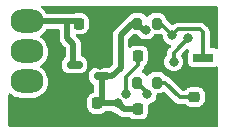
<source format=gbl>
G04 #@! TF.GenerationSoftware,KiCad,Pcbnew,(7.0.0-0)*
G04 #@! TF.CreationDate,2023-04-22T22:08:33+02:00*
G04 #@! TF.ProjectId,tiny-blackbox,74696e79-2d62-46c6-9163-6b626f782e6b,rev?*
G04 #@! TF.SameCoordinates,Original*
G04 #@! TF.FileFunction,Copper,L2,Bot*
G04 #@! TF.FilePolarity,Positive*
%FSLAX46Y46*%
G04 Gerber Fmt 4.6, Leading zero omitted, Abs format (unit mm)*
G04 Created by KiCad (PCBNEW (7.0.0-0)) date 2023-04-22 22:08:33*
%MOMM*%
%LPD*%
G01*
G04 APERTURE LIST*
G04 Aperture macros list*
%AMRoundRect*
0 Rectangle with rounded corners*
0 $1 Rounding radius*
0 $2 $3 $4 $5 $6 $7 $8 $9 X,Y pos of 4 corners*
0 Add a 4 corners polygon primitive as box body*
4,1,4,$2,$3,$4,$5,$6,$7,$8,$9,$2,$3,0*
0 Add four circle primitives for the rounded corners*
1,1,$1+$1,$2,$3*
1,1,$1+$1,$4,$5*
1,1,$1+$1,$6,$7*
1,1,$1+$1,$8,$9*
0 Add four rect primitives between the rounded corners*
20,1,$1+$1,$2,$3,$4,$5,0*
20,1,$1+$1,$4,$5,$6,$7,0*
20,1,$1+$1,$6,$7,$8,$9,0*
20,1,$1+$1,$8,$9,$2,$3,0*%
G04 Aperture macros list end*
G04 #@! TA.AperFunction,SMDPad,CuDef*
%ADD10R,1.700000X0.800000*%
G04 #@! TD*
G04 #@! TA.AperFunction,SMDPad,CuDef*
%ADD11RoundRect,0.200000X-0.200000X-0.275000X0.200000X-0.275000X0.200000X0.275000X-0.200000X0.275000X0*%
G04 #@! TD*
G04 #@! TA.AperFunction,SMDPad,CuDef*
%ADD12RoundRect,0.150000X0.512500X0.150000X-0.512500X0.150000X-0.512500X-0.150000X0.512500X-0.150000X0*%
G04 #@! TD*
G04 #@! TA.AperFunction,ComponentPad*
%ADD13R,2.800000X2.000000*%
G04 #@! TD*
G04 #@! TA.AperFunction,ComponentPad*
%ADD14O,2.800000X2.000000*%
G04 #@! TD*
G04 #@! TA.AperFunction,SMDPad,CuDef*
%ADD15RoundRect,0.218750X0.256250X-0.218750X0.256250X0.218750X-0.256250X0.218750X-0.256250X-0.218750X0*%
G04 #@! TD*
G04 #@! TA.AperFunction,SMDPad,CuDef*
%ADD16RoundRect,0.225000X0.225000X0.250000X-0.225000X0.250000X-0.225000X-0.250000X0.225000X-0.250000X0*%
G04 #@! TD*
G04 #@! TA.AperFunction,SMDPad,CuDef*
%ADD17RoundRect,0.225000X-0.225000X-0.250000X0.225000X-0.250000X0.225000X0.250000X-0.225000X0.250000X0*%
G04 #@! TD*
G04 #@! TA.AperFunction,ViaPad*
%ADD18C,0.800000*%
G04 #@! TD*
G04 #@! TA.AperFunction,Conductor*
%ADD19C,0.500000*%
G04 #@! TD*
G04 #@! TA.AperFunction,Conductor*
%ADD20C,0.300000*%
G04 #@! TD*
G04 APERTURE END LIST*
D10*
X81749999Y-55895101D03*
X81749999Y-52495097D03*
D11*
X76175000Y-53000000D03*
X77825000Y-53000000D03*
X76175000Y-58000000D03*
X77825000Y-58000000D03*
D12*
X70862500Y-56500000D03*
X73137500Y-57450000D03*
X73137500Y-55550000D03*
D13*
X66799999Y-60439999D03*
D14*
X66799999Y-57899999D03*
X66799999Y-55359999D03*
X66799999Y-52819999D03*
D15*
X81000000Y-60787500D03*
X81000000Y-59212500D03*
D16*
X77775000Y-55750000D03*
X76225000Y-55750000D03*
D17*
X76225000Y-60250000D03*
X77775000Y-60250000D03*
D16*
X72775000Y-59750000D03*
X71225000Y-59750000D03*
D17*
X71225000Y-53000000D03*
X72775000Y-53000000D03*
D18*
X75250000Y-59000000D03*
X76872760Y-53545806D03*
X79250000Y-56249500D03*
X77000000Y-59000000D03*
X80500000Y-54250000D03*
X73000000Y-56500000D03*
X74500000Y-59750000D03*
X74000000Y-52750000D03*
X79139204Y-54000181D03*
D19*
X70250000Y-52820000D02*
X70250000Y-54250000D01*
X70250000Y-54250000D02*
X70750000Y-54750000D01*
X70250000Y-52820000D02*
X71045000Y-52820000D01*
X66800000Y-52820000D02*
X70250000Y-52820000D01*
X70750000Y-54750000D02*
X70750000Y-56387500D01*
X70750000Y-56387500D02*
X70862500Y-56500000D01*
X71045000Y-52820000D02*
X71225000Y-53000000D01*
D20*
X81500000Y-53500000D02*
X81750000Y-53750000D01*
X81750000Y-53750000D02*
X81750000Y-55895102D01*
X79139204Y-54000181D02*
X79639385Y-53500000D01*
X79639385Y-53500000D02*
X81500000Y-53500000D01*
X79250000Y-55500000D02*
X79250000Y-56249500D01*
X80500000Y-54250000D02*
X79500000Y-55250000D01*
X79500000Y-55250000D02*
X79250000Y-55500000D01*
D19*
X73137500Y-57450000D02*
X73137500Y-59387500D01*
X73137500Y-59387500D02*
X72775000Y-59750000D01*
X76225000Y-60250000D02*
X75000000Y-60250000D01*
X75000000Y-60250000D02*
X74500000Y-59750000D01*
X76175000Y-53000000D02*
X75750000Y-53000000D01*
X75750000Y-53000000D02*
X74750000Y-54000000D01*
X74750000Y-54000000D02*
X74750000Y-56750000D01*
X74750000Y-56750000D02*
X74050000Y-57450000D01*
X74050000Y-57450000D02*
X73137500Y-57450000D01*
D20*
X75250000Y-59000000D02*
X75250000Y-57500000D01*
X75250000Y-58750000D02*
X75250000Y-57500000D01*
X76225000Y-56525000D02*
X76225000Y-55750000D01*
X75250000Y-57500000D02*
X76225000Y-56525000D01*
X77000000Y-59000000D02*
X77000000Y-58825000D01*
X77000000Y-58825000D02*
X76175000Y-58000000D01*
D19*
X76872760Y-53545806D02*
X76720806Y-53545806D01*
X76720806Y-53545806D02*
X76175000Y-53000000D01*
D20*
X77825000Y-58000000D02*
X78500000Y-58000000D01*
X78500000Y-58000000D02*
X79750000Y-59250000D01*
X79750000Y-59250000D02*
X80962500Y-59250000D01*
X80962500Y-59250000D02*
X81000000Y-59212500D01*
X77825000Y-53000000D02*
X78139023Y-53000000D01*
X78139023Y-53000000D02*
X79139204Y-54000181D01*
D19*
X72775000Y-59750000D02*
X74500000Y-59750000D01*
G04 #@! TA.AperFunction,Conductor*
G36*
X82938000Y-51516613D02*
G01*
X82983387Y-51562000D01*
X83000000Y-51624000D01*
X83000000Y-55047071D01*
X82984189Y-55107660D01*
X82940790Y-55152798D01*
X82880868Y-55170975D01*
X82819705Y-55157556D01*
X82792178Y-55143530D01*
X82725304Y-55109456D01*
X82715667Y-55107929D01*
X82715662Y-55107928D01*
X82636339Y-55095365D01*
X82636333Y-55095364D01*
X82631519Y-55094602D01*
X82626641Y-55094602D01*
X82424500Y-55094602D01*
X82362500Y-55077989D01*
X82317113Y-55032602D01*
X82300500Y-54970602D01*
X82300500Y-53761522D01*
X82300572Y-53757289D01*
X82302472Y-53701652D01*
X82302762Y-53693174D01*
X82293032Y-53653252D01*
X82290667Y-53640809D01*
X82285070Y-53600080D01*
X82281689Y-53592296D01*
X82277920Y-53583619D01*
X82271178Y-53563570D01*
X82269564Y-53556947D01*
X82266933Y-53546148D01*
X82259259Y-53532500D01*
X82246796Y-53510333D01*
X82241148Y-53498963D01*
X82237496Y-53490556D01*
X82224780Y-53461280D01*
X82213452Y-53447356D01*
X82201558Y-53429881D01*
X82192765Y-53414241D01*
X82163717Y-53385193D01*
X82155209Y-53375766D01*
X82138083Y-53354715D01*
X82129278Y-53343892D01*
X82114610Y-53333537D01*
X82098445Y-53319920D01*
X81897407Y-53118882D01*
X81894465Y-53115838D01*
X81856468Y-53075153D01*
X81856466Y-53075151D01*
X81850680Y-53068956D01*
X81843439Y-53064552D01*
X81843431Y-53064546D01*
X81815573Y-53047605D01*
X81805081Y-53040465D01*
X81792036Y-53030573D01*
X81772342Y-53015639D01*
X81764459Y-53012530D01*
X81764450Y-53012525D01*
X81755642Y-53009052D01*
X81736713Y-52999650D01*
X81728631Y-52994735D01*
X81728624Y-52994732D01*
X81721382Y-52990328D01*
X81713216Y-52988039D01*
X81713214Y-52988039D01*
X81692715Y-52982295D01*
X81681814Y-52979240D01*
X81669786Y-52975196D01*
X81639453Y-52963235D01*
X81631564Y-52960124D01*
X81623129Y-52959256D01*
X81623127Y-52959256D01*
X81613713Y-52958288D01*
X81592954Y-52954343D01*
X81583829Y-52951786D01*
X81583820Y-52951784D01*
X81575665Y-52949500D01*
X81567188Y-52949500D01*
X81534582Y-52949500D01*
X81521901Y-52948850D01*
X81489466Y-52945515D01*
X81489462Y-52945515D01*
X81481028Y-52944648D01*
X81472671Y-52946088D01*
X81472667Y-52946089D01*
X81463344Y-52947697D01*
X81442275Y-52949500D01*
X79650925Y-52949500D01*
X79646691Y-52949428D01*
X79591037Y-52947526D01*
X79591032Y-52947526D01*
X79582559Y-52947237D01*
X79542636Y-52956966D01*
X79530170Y-52959335D01*
X79497869Y-52963774D01*
X79497862Y-52963775D01*
X79489465Y-52964930D01*
X79481686Y-52968308D01*
X79481681Y-52968310D01*
X79472997Y-52972082D01*
X79452972Y-52978816D01*
X79443774Y-52981058D01*
X79443771Y-52981059D01*
X79435533Y-52983067D01*
X79428141Y-52987222D01*
X79428141Y-52987223D01*
X79399717Y-53003204D01*
X79388353Y-53008848D01*
X79358446Y-53021839D01*
X79358440Y-53021842D01*
X79350665Y-53025220D01*
X79344090Y-53030568D01*
X79344083Y-53030573D01*
X79336740Y-53036547D01*
X79319274Y-53048434D01*
X79311022Y-53053074D01*
X79311015Y-53053078D01*
X79303626Y-53057234D01*
X79297631Y-53063228D01*
X79297624Y-53063234D01*
X79274563Y-53086294D01*
X79265143Y-53094796D01*
X79233277Y-53120722D01*
X79228387Y-53127648D01*
X79227494Y-53128605D01*
X79171682Y-53162978D01*
X79106144Y-53164096D01*
X79049193Y-53131645D01*
X78658645Y-52741097D01*
X78635113Y-52708259D01*
X78623387Y-52669599D01*
X78620988Y-52651373D01*
X78610044Y-52568238D01*
X78589006Y-52517449D01*
X78552789Y-52430013D01*
X78549536Y-52422159D01*
X78453282Y-52296718D01*
X78327841Y-52200464D01*
X78257631Y-52171382D01*
X78189271Y-52143066D01*
X78189268Y-52143065D01*
X78181762Y-52139956D01*
X78173708Y-52138895D01*
X78173702Y-52138894D01*
X78068381Y-52125029D01*
X78068377Y-52125028D01*
X78064361Y-52124500D01*
X78060307Y-52124500D01*
X77589694Y-52124500D01*
X77589678Y-52124500D01*
X77585640Y-52124501D01*
X77581626Y-52125029D01*
X77581617Y-52125030D01*
X77476296Y-52138895D01*
X77476294Y-52138895D01*
X77468238Y-52139956D01*
X77460738Y-52143062D01*
X77460729Y-52143065D01*
X77329666Y-52197354D01*
X77329662Y-52197355D01*
X77322159Y-52200464D01*
X77315714Y-52205408D01*
X77315711Y-52205411D01*
X77203164Y-52291771D01*
X77203160Y-52291774D01*
X77196718Y-52296718D01*
X77191774Y-52303160D01*
X77191771Y-52303164D01*
X77100464Y-52422159D01*
X77098797Y-52420880D01*
X77061997Y-52457678D01*
X77000000Y-52474289D01*
X76938003Y-52457678D01*
X76901202Y-52420880D01*
X76899536Y-52422159D01*
X76803282Y-52296718D01*
X76677841Y-52200464D01*
X76607631Y-52171382D01*
X76539271Y-52143066D01*
X76539268Y-52143065D01*
X76531762Y-52139956D01*
X76523708Y-52138895D01*
X76523702Y-52138894D01*
X76418381Y-52125029D01*
X76418377Y-52125028D01*
X76414361Y-52124500D01*
X76410307Y-52124500D01*
X75939694Y-52124500D01*
X75939678Y-52124500D01*
X75935640Y-52124501D01*
X75931626Y-52125029D01*
X75931617Y-52125030D01*
X75826296Y-52138895D01*
X75826294Y-52138895D01*
X75818238Y-52139956D01*
X75810738Y-52143062D01*
X75810729Y-52143065D01*
X75679666Y-52197354D01*
X75679662Y-52197355D01*
X75672159Y-52200464D01*
X75665714Y-52205408D01*
X75665711Y-52205411D01*
X75553164Y-52291771D01*
X75553160Y-52291774D01*
X75546718Y-52296718D01*
X75541774Y-52303160D01*
X75541773Y-52303162D01*
X75472395Y-52393576D01*
X75436293Y-52424575D01*
X75434129Y-52425432D01*
X75427828Y-52430009D01*
X75427822Y-52430013D01*
X75397189Y-52452269D01*
X75387432Y-52458678D01*
X75348135Y-52481919D01*
X75342616Y-52487437D01*
X75342613Y-52487440D01*
X75333122Y-52496930D01*
X75318338Y-52509557D01*
X75307475Y-52517449D01*
X75307466Y-52517457D01*
X75301163Y-52522037D01*
X75296196Y-52528039D01*
X75296185Y-52528051D01*
X75272055Y-52557219D01*
X75264195Y-52565857D01*
X74347354Y-53482698D01*
X74338719Y-53490556D01*
X74338639Y-53490621D01*
X74332060Y-53494798D01*
X74326727Y-53500476D01*
X74326722Y-53500481D01*
X74284132Y-53545834D01*
X74281428Y-53548625D01*
X74261089Y-53568965D01*
X74258712Y-53572028D01*
X74258688Y-53572056D01*
X74258363Y-53572476D01*
X74250807Y-53581321D01*
X74224892Y-53608919D01*
X74224887Y-53608924D01*
X74219552Y-53614607D01*
X74215797Y-53621436D01*
X74215789Y-53621448D01*
X74209321Y-53633213D01*
X74198647Y-53649464D01*
X74193737Y-53655795D01*
X74185638Y-53666236D01*
X74182541Y-53673391D01*
X74182540Y-53673394D01*
X74167506Y-53708133D01*
X74162370Y-53718616D01*
X74144130Y-53751796D01*
X74144127Y-53751802D01*
X74140373Y-53758632D01*
X74138434Y-53766180D01*
X74138431Y-53766190D01*
X74135089Y-53779204D01*
X74128792Y-53797596D01*
X74123464Y-53809910D01*
X74123462Y-53809916D01*
X74120365Y-53817074D01*
X74119145Y-53824772D01*
X74119144Y-53824778D01*
X74113223Y-53862162D01*
X74110855Y-53873593D01*
X74099500Y-53917823D01*
X74099500Y-53925625D01*
X74099500Y-53939046D01*
X74097973Y-53958445D01*
X74095873Y-53971697D01*
X74095872Y-53971704D01*
X74094653Y-53979405D01*
X74095387Y-53987170D01*
X74095387Y-53987172D01*
X74098950Y-54024860D01*
X74099500Y-54036530D01*
X74099500Y-56429192D01*
X74090061Y-56476645D01*
X74063183Y-56516870D01*
X73907130Y-56672923D01*
X73858437Y-56721616D01*
X73811283Y-56751124D01*
X73755973Y-56757049D01*
X73706626Y-56751124D01*
X73696767Y-56749940D01*
X73696765Y-56749939D01*
X73693102Y-56749500D01*
X72581898Y-56749500D01*
X72578233Y-56749940D01*
X72578218Y-56749941D01*
X72501331Y-56759174D01*
X72501324Y-56759175D01*
X72493436Y-56760123D01*
X72486040Y-56763039D01*
X72486038Y-56763040D01*
X72360551Y-56812526D01*
X72360548Y-56812527D01*
X72352658Y-56815639D01*
X72345899Y-56820764D01*
X72345898Y-56820765D01*
X72238835Y-56901953D01*
X72238830Y-56901957D01*
X72232078Y-56907078D01*
X72226957Y-56913830D01*
X72226953Y-56913835D01*
X72147600Y-57018478D01*
X72140639Y-57027658D01*
X72137527Y-57035548D01*
X72137526Y-57035551D01*
X72095128Y-57143066D01*
X72085123Y-57168436D01*
X72084175Y-57176324D01*
X72084174Y-57176331D01*
X72074941Y-57253218D01*
X72074940Y-57253233D01*
X72074500Y-57256898D01*
X72074500Y-57643102D01*
X72074940Y-57646767D01*
X72074941Y-57646781D01*
X72084174Y-57723668D01*
X72084175Y-57723674D01*
X72085123Y-57731564D01*
X72140639Y-57872342D01*
X72232078Y-57992922D01*
X72352658Y-58084361D01*
X72408493Y-58106379D01*
X72449677Y-58133058D01*
X72477289Y-58173628D01*
X72487000Y-58221732D01*
X72487000Y-58773839D01*
X72475745Y-58825458D01*
X72444024Y-58867707D01*
X72397599Y-58892913D01*
X72299610Y-58921382D01*
X72292896Y-58925352D01*
X72292895Y-58925353D01*
X72170297Y-58997857D01*
X72170293Y-58997859D01*
X72163580Y-59001830D01*
X72158065Y-59007344D01*
X72158061Y-59007348D01*
X72057348Y-59108061D01*
X72057344Y-59108065D01*
X72051830Y-59113580D01*
X72047859Y-59120293D01*
X72047857Y-59120297D01*
X71984989Y-59226601D01*
X71971382Y-59249610D01*
X71969206Y-59257099D01*
X71969205Y-59257102D01*
X71929059Y-59395284D01*
X71929057Y-59395293D01*
X71927291Y-59401373D01*
X71926794Y-59407681D01*
X71926793Y-59407690D01*
X71924691Y-59434402D01*
X71924690Y-59434418D01*
X71924500Y-59436837D01*
X71924500Y-59439281D01*
X71924500Y-59439282D01*
X71924500Y-60060738D01*
X71924500Y-60060763D01*
X71924501Y-60063162D01*
X71927291Y-60098627D01*
X71929056Y-60104704D01*
X71929058Y-60104712D01*
X71969205Y-60242897D01*
X71971382Y-60250390D01*
X72051830Y-60386420D01*
X72163580Y-60498170D01*
X72299610Y-60578618D01*
X72451373Y-60622709D01*
X72486837Y-60625500D01*
X73063162Y-60625499D01*
X73098627Y-60622709D01*
X73250390Y-60578618D01*
X73386420Y-60498170D01*
X73447771Y-60436818D01*
X73487999Y-60409939D01*
X73535452Y-60400500D01*
X73994932Y-60400500D01*
X74060903Y-60419505D01*
X74150478Y-60475789D01*
X74320745Y-60535368D01*
X74327970Y-60536182D01*
X74328558Y-60536351D01*
X74334450Y-60537696D01*
X74334374Y-60538026D01*
X74367889Y-60547679D01*
X74401775Y-60571721D01*
X74482701Y-60652647D01*
X74490565Y-60661289D01*
X74490616Y-60661351D01*
X74494798Y-60667940D01*
X74542729Y-60712951D01*
X74545848Y-60715880D01*
X74548642Y-60718588D01*
X74568966Y-60738911D01*
X74572442Y-60741607D01*
X74581322Y-60749191D01*
X74614607Y-60780448D01*
X74621437Y-60784203D01*
X74621443Y-60784207D01*
X74633207Y-60790674D01*
X74649469Y-60801357D01*
X74660068Y-60809578D01*
X74666237Y-60814363D01*
X74673395Y-60817460D01*
X74673396Y-60817461D01*
X74708138Y-60832495D01*
X74718626Y-60837633D01*
X74758632Y-60859627D01*
X74777957Y-60864588D01*
X74779183Y-60864903D01*
X74797598Y-60871207D01*
X74817074Y-60879636D01*
X74824774Y-60880855D01*
X74824776Y-60880856D01*
X74837630Y-60882891D01*
X74862174Y-60886778D01*
X74873605Y-60889146D01*
X74917823Y-60900500D01*
X74939046Y-60900500D01*
X74958443Y-60902026D01*
X74979405Y-60905347D01*
X75024859Y-60901050D01*
X75036530Y-60900500D01*
X75464548Y-60900500D01*
X75512001Y-60909939D01*
X75552229Y-60936819D01*
X75613580Y-60998170D01*
X75749610Y-61078618D01*
X75901373Y-61122709D01*
X75936837Y-61125500D01*
X76513162Y-61125499D01*
X76548627Y-61122709D01*
X76700390Y-61078618D01*
X76836420Y-60998170D01*
X76948170Y-60886420D01*
X77028618Y-60750390D01*
X77072709Y-60598627D01*
X77075500Y-60563163D01*
X77075499Y-59936838D01*
X77073961Y-59917298D01*
X77083197Y-59859692D01*
X77117758Y-59812681D01*
X77169993Y-59786681D01*
X77172325Y-59786148D01*
X77179255Y-59785368D01*
X77349522Y-59725789D01*
X77502262Y-59629816D01*
X77629816Y-59502262D01*
X77725789Y-59349522D01*
X77785368Y-59179255D01*
X77805565Y-59000000D01*
X77805294Y-58997598D01*
X77821398Y-58937499D01*
X77866785Y-58892112D01*
X77928785Y-58875499D01*
X78060305Y-58875499D01*
X78064360Y-58875499D01*
X78181762Y-58860044D01*
X78327841Y-58799536D01*
X78350870Y-58781864D01*
X78404818Y-58758125D01*
X78463640Y-58761980D01*
X78514035Y-58792560D01*
X79352593Y-59631118D01*
X79355535Y-59634162D01*
X79393529Y-59674844D01*
X79393531Y-59674845D01*
X79399320Y-59681044D01*
X79434419Y-59702388D01*
X79444914Y-59709530D01*
X79477658Y-59734361D01*
X79485543Y-59737470D01*
X79485546Y-59737472D01*
X79494349Y-59740943D01*
X79513281Y-59750345D01*
X79528618Y-59759672D01*
X79565214Y-59769925D01*
X79568181Y-59770757D01*
X79580207Y-59774800D01*
X79618436Y-59789876D01*
X79636278Y-59791710D01*
X79657051Y-59795657D01*
X79674335Y-59800500D01*
X79715418Y-59800500D01*
X79728098Y-59801149D01*
X79768972Y-59805352D01*
X79786655Y-59802303D01*
X79807725Y-59800500D01*
X80185886Y-59800500D01*
X80233339Y-59809939D01*
X80273567Y-59836819D01*
X80361191Y-59924443D01*
X80495861Y-60004087D01*
X80646108Y-60047737D01*
X80681213Y-60050500D01*
X81318786Y-60050499D01*
X81353892Y-60047737D01*
X81504139Y-60004087D01*
X81638809Y-59924443D01*
X81749443Y-59813809D01*
X81829087Y-59679139D01*
X81872737Y-59528892D01*
X81875500Y-59493787D01*
X81875499Y-58931214D01*
X81872737Y-58896108D01*
X81829087Y-58745861D01*
X81749443Y-58611191D01*
X81638809Y-58500557D01*
X81504139Y-58420913D01*
X81496651Y-58418737D01*
X81496650Y-58418737D01*
X81359969Y-58379028D01*
X81359964Y-58379027D01*
X81353892Y-58377263D01*
X81347585Y-58376766D01*
X81347582Y-58376766D01*
X81321219Y-58374691D01*
X81321208Y-58374690D01*
X81318787Y-58374500D01*
X81316342Y-58374500D01*
X80683635Y-58374500D01*
X80683609Y-58374500D01*
X80681214Y-58374501D01*
X80678824Y-58374688D01*
X80678799Y-58374690D01*
X80652424Y-58376766D01*
X80652423Y-58376766D01*
X80646108Y-58377263D01*
X80640028Y-58379029D01*
X80640024Y-58379030D01*
X80503349Y-58418737D01*
X80503344Y-58418738D01*
X80495861Y-58420913D01*
X80489151Y-58424881D01*
X80489147Y-58424883D01*
X80367908Y-58496584D01*
X80367904Y-58496586D01*
X80361191Y-58500557D01*
X80355676Y-58506071D01*
X80355672Y-58506075D01*
X80256075Y-58605672D01*
X80256071Y-58605676D01*
X80250557Y-58611191D01*
X80246588Y-58617900D01*
X80246584Y-58617907D01*
X80234335Y-58638621D01*
X80189040Y-58683210D01*
X80127603Y-58699500D01*
X80029387Y-58699500D01*
X79981934Y-58690061D01*
X79941706Y-58663181D01*
X78897405Y-57618880D01*
X78894493Y-57615868D01*
X78850680Y-57568956D01*
X78843439Y-57564552D01*
X78843431Y-57564546D01*
X78815573Y-57547605D01*
X78805081Y-57540465D01*
X78794851Y-57532708D01*
X78772342Y-57515639D01*
X78764459Y-57512530D01*
X78764450Y-57512525D01*
X78755642Y-57509052D01*
X78736713Y-57499650D01*
X78728631Y-57494735D01*
X78728624Y-57494732D01*
X78721382Y-57490328D01*
X78713216Y-57488039D01*
X78713214Y-57488039D01*
X78692715Y-57482295D01*
X78681814Y-57479240D01*
X78669786Y-57475196D01*
X78639453Y-57463235D01*
X78631564Y-57460124D01*
X78623127Y-57459256D01*
X78614890Y-57457249D01*
X78615225Y-57455873D01*
X78579512Y-57444593D01*
X78541604Y-57411822D01*
X78458228Y-57303164D01*
X78453282Y-57296718D01*
X78327841Y-57200464D01*
X78320333Y-57197354D01*
X78189271Y-57143066D01*
X78189268Y-57143065D01*
X78181762Y-57139956D01*
X78173708Y-57138895D01*
X78173702Y-57138894D01*
X78068381Y-57125029D01*
X78068377Y-57125028D01*
X78064361Y-57124500D01*
X78060307Y-57124500D01*
X77589694Y-57124500D01*
X77589678Y-57124500D01*
X77585640Y-57124501D01*
X77581626Y-57125029D01*
X77581617Y-57125030D01*
X77476296Y-57138895D01*
X77476294Y-57138895D01*
X77468238Y-57139956D01*
X77460738Y-57143062D01*
X77460729Y-57143065D01*
X77329666Y-57197354D01*
X77329662Y-57197355D01*
X77322159Y-57200464D01*
X77315714Y-57205408D01*
X77315711Y-57205411D01*
X77203164Y-57291771D01*
X77203160Y-57291774D01*
X77196718Y-57296718D01*
X77191774Y-57303160D01*
X77191771Y-57303164D01*
X77100464Y-57422159D01*
X77098797Y-57420880D01*
X77061997Y-57457678D01*
X77000000Y-57474289D01*
X76938003Y-57457678D01*
X76901202Y-57420880D01*
X76899536Y-57422159D01*
X76803282Y-57296718D01*
X76677841Y-57200464D01*
X76654570Y-57190825D01*
X76601960Y-57169033D01*
X76553560Y-57133137D01*
X76527796Y-57078664D01*
X76530752Y-57018478D01*
X76561731Y-56966792D01*
X76606130Y-56922392D01*
X76609115Y-56919507D01*
X76656044Y-56875680D01*
X76677394Y-56840568D01*
X76684539Y-56830072D01*
X76686458Y-56827542D01*
X76709361Y-56797342D01*
X76715943Y-56780648D01*
X76725352Y-56761707D01*
X76734672Y-56746382D01*
X76745758Y-56706811D01*
X76749802Y-56694786D01*
X76764876Y-56656564D01*
X76766711Y-56638713D01*
X76770660Y-56617937D01*
X76771133Y-56616250D01*
X76775500Y-56600665D01*
X76775500Y-56592178D01*
X76776017Y-56588418D01*
X76795632Y-56536604D01*
X76824989Y-56508795D01*
X76823538Y-56506925D01*
X76829703Y-56502141D01*
X76836420Y-56498170D01*
X76948170Y-56386420D01*
X77028618Y-56250390D01*
X77072709Y-56098627D01*
X77075500Y-56063163D01*
X77075499Y-55436838D01*
X77072709Y-55401373D01*
X77028618Y-55249610D01*
X76948170Y-55113580D01*
X76836420Y-55001830D01*
X76700390Y-54921382D01*
X76692897Y-54919205D01*
X76554715Y-54879059D01*
X76554708Y-54879057D01*
X76548627Y-54877291D01*
X76542316Y-54876794D01*
X76542309Y-54876793D01*
X76515597Y-54874691D01*
X76515582Y-54874690D01*
X76513163Y-54874500D01*
X76510717Y-54874500D01*
X75939261Y-54874500D01*
X75939235Y-54874500D01*
X75936838Y-54874501D01*
X75934424Y-54874690D01*
X75934421Y-54874691D01*
X75907688Y-54876794D01*
X75907686Y-54876794D01*
X75901373Y-54877291D01*
X75895297Y-54879056D01*
X75895287Y-54879058D01*
X75757102Y-54919205D01*
X75757099Y-54919206D01*
X75749610Y-54921382D01*
X75742896Y-54925352D01*
X75742895Y-54925353D01*
X75620297Y-54997857D01*
X75620293Y-54997859D01*
X75613580Y-55001830D01*
X75608062Y-55007347D01*
X75601900Y-55012128D01*
X75600533Y-55010366D01*
X75562818Y-55033479D01*
X75505102Y-55038021D01*
X75451615Y-55015866D01*
X75414015Y-54971843D01*
X75400500Y-54915548D01*
X75400500Y-54320808D01*
X75409939Y-54273355D01*
X75436816Y-54233129D01*
X75767635Y-53902309D01*
X75815454Y-53872575D01*
X75871494Y-53867055D01*
X75935639Y-53875500D01*
X76065979Y-53875499D01*
X76125960Y-53890971D01*
X76170973Y-53933527D01*
X76212854Y-54000181D01*
X76242944Y-54048068D01*
X76370498Y-54175622D01*
X76523238Y-54271595D01*
X76693505Y-54331174D01*
X76872760Y-54351371D01*
X77052015Y-54331174D01*
X77222282Y-54271595D01*
X77375022Y-54175622D01*
X77502576Y-54048068D01*
X77574546Y-53933527D01*
X77619560Y-53890971D01*
X77679541Y-53875499D01*
X78060305Y-53875499D01*
X78064360Y-53875499D01*
X78155407Y-53863513D01*
X78211447Y-53869033D01*
X78259269Y-53898771D01*
X78299524Y-53939026D01*
X78323563Y-53972905D01*
X78335063Y-54012823D01*
X78348595Y-54132923D01*
X78353836Y-54179436D01*
X78356132Y-54186000D01*
X78356134Y-54186005D01*
X78410936Y-54342619D01*
X78413415Y-54349703D01*
X78417116Y-54355593D01*
X78497099Y-54482886D01*
X78509388Y-54502443D01*
X78636942Y-54629997D01*
X78789682Y-54725970D01*
X78941079Y-54778946D01*
X78992584Y-54813361D01*
X79021015Y-54868396D01*
X79019278Y-54930316D01*
X78987805Y-54983668D01*
X78924403Y-55047071D01*
X78868881Y-55102593D01*
X78865839Y-55105532D01*
X78825155Y-55143530D01*
X78818956Y-55149320D01*
X78814551Y-55156562D01*
X78814547Y-55156568D01*
X78797604Y-55184428D01*
X78790467Y-55194915D01*
X78787881Y-55198326D01*
X78765639Y-55227658D01*
X78762528Y-55235545D01*
X78762528Y-55235546D01*
X78759054Y-55244355D01*
X78749654Y-55263279D01*
X78744737Y-55271364D01*
X78744732Y-55271375D01*
X78740328Y-55278618D01*
X78738041Y-55286778D01*
X78738039Y-55286784D01*
X78729242Y-55318181D01*
X78725197Y-55330207D01*
X78713236Y-55360540D01*
X78713233Y-55360550D01*
X78710124Y-55368436D01*
X78709256Y-55376872D01*
X78709256Y-55376874D01*
X78708288Y-55386287D01*
X78704343Y-55407044D01*
X78701787Y-55416167D01*
X78701785Y-55416175D01*
X78699500Y-55424335D01*
X78699500Y-55432812D01*
X78699500Y-55465418D01*
X78698850Y-55478099D01*
X78695515Y-55510533D01*
X78695515Y-55510537D01*
X78694648Y-55518972D01*
X78696088Y-55527329D01*
X78696089Y-55527332D01*
X78697697Y-55536656D01*
X78699500Y-55557725D01*
X78699500Y-55616560D01*
X78690061Y-55664013D01*
X78663181Y-55704241D01*
X78625112Y-55742309D01*
X78625108Y-55742313D01*
X78620184Y-55747238D01*
X78616479Y-55753133D01*
X78616476Y-55753138D01*
X78527912Y-55894087D01*
X78527910Y-55894090D01*
X78524211Y-55899978D01*
X78521915Y-55906536D01*
X78521913Y-55906543D01*
X78466930Y-56063675D01*
X78466928Y-56063682D01*
X78464632Y-56070245D01*
X78463852Y-56077162D01*
X78463852Y-56077165D01*
X78462146Y-56092309D01*
X78444435Y-56249500D01*
X78445215Y-56256423D01*
X78462605Y-56410770D01*
X78464632Y-56428755D01*
X78466928Y-56435319D01*
X78466930Y-56435324D01*
X78512738Y-56566234D01*
X78524211Y-56599022D01*
X78620184Y-56751762D01*
X78747738Y-56879316D01*
X78900478Y-56975289D01*
X79070745Y-57034868D01*
X79250000Y-57055065D01*
X79429255Y-57034868D01*
X79599522Y-56975289D01*
X79752262Y-56879316D01*
X79879816Y-56751762D01*
X79975789Y-56599022D01*
X80035368Y-56428755D01*
X80055565Y-56249500D01*
X80035368Y-56070245D01*
X79975789Y-55899978D01*
X79894405Y-55770457D01*
X79876180Y-55718370D01*
X79882358Y-55663532D01*
X79911717Y-55616807D01*
X80330199Y-55198324D01*
X80390827Y-55164993D01*
X80459880Y-55169337D01*
X80515856Y-55210005D01*
X80541327Y-55274335D01*
X80528364Y-55342299D01*
X80518786Y-55361097D01*
X80518783Y-55361104D01*
X80514354Y-55369798D01*
X80512827Y-55379432D01*
X80512826Y-55379439D01*
X80500263Y-55458762D01*
X80500262Y-55458769D01*
X80499500Y-55463583D01*
X80499500Y-55468460D01*
X80499500Y-55468461D01*
X80499500Y-56321749D01*
X80499500Y-56321761D01*
X80499501Y-56326620D01*
X80514354Y-56420406D01*
X80518780Y-56429093D01*
X80518782Y-56429098D01*
X80567519Y-56524748D01*
X80571950Y-56533444D01*
X80661658Y-56623152D01*
X80774696Y-56680748D01*
X80784336Y-56682274D01*
X80784337Y-56682275D01*
X80788555Y-56682943D01*
X80868481Y-56695602D01*
X82631518Y-56695601D01*
X82725304Y-56680748D01*
X82819705Y-56632647D01*
X82880868Y-56619229D01*
X82940790Y-56637406D01*
X82984189Y-56682544D01*
X83000000Y-56743133D01*
X83000000Y-61626000D01*
X82983387Y-61688000D01*
X82938000Y-61733387D01*
X82876000Y-61750000D01*
X65374000Y-61750000D01*
X65312000Y-61733387D01*
X65266613Y-61688000D01*
X65250000Y-61626000D01*
X65250000Y-59030984D01*
X65269106Y-58964853D01*
X65320537Y-58919101D01*
X65388444Y-58907828D01*
X65451897Y-58934506D01*
X65612920Y-59064523D01*
X65821046Y-59180790D01*
X66045829Y-59260211D01*
X66280800Y-59300500D01*
X67256866Y-59300500D01*
X67259497Y-59300500D01*
X67437541Y-59285346D01*
X67668249Y-59225275D01*
X67885486Y-59127077D01*
X68083003Y-58993579D01*
X68255118Y-58828621D01*
X68396879Y-58636947D01*
X68504207Y-58424074D01*
X68574016Y-58196123D01*
X68604298Y-57959654D01*
X68594180Y-57721468D01*
X68543954Y-57488419D01*
X68455064Y-57267210D01*
X68330069Y-57064205D01*
X68321338Y-57054285D01*
X68279966Y-57007277D01*
X68172564Y-56885245D01*
X67987080Y-56735477D01*
X67982485Y-56732910D01*
X67978112Y-56729954D01*
X67979333Y-56728147D01*
X67941806Y-56691995D01*
X67923643Y-56632294D01*
X67936857Y-56571307D01*
X67978100Y-56524480D01*
X68083003Y-56453579D01*
X68255118Y-56288621D01*
X68396879Y-56096947D01*
X68504207Y-55884074D01*
X68574016Y-55656123D01*
X68604298Y-55419654D01*
X68594180Y-55181468D01*
X68543954Y-54948419D01*
X68455064Y-54727210D01*
X68330069Y-54524205D01*
X68317917Y-54510398D01*
X68268154Y-54453856D01*
X68172564Y-54345245D01*
X67987080Y-54195477D01*
X67982485Y-54192910D01*
X67978112Y-54189954D01*
X67979333Y-54188147D01*
X67941806Y-54151995D01*
X67923643Y-54092294D01*
X67936857Y-54031307D01*
X67978100Y-53984480D01*
X68083003Y-53913579D01*
X68255118Y-53748621D01*
X68396879Y-53556947D01*
X68402482Y-53545834D01*
X68406092Y-53538675D01*
X68451801Y-53488910D01*
X68516815Y-53470500D01*
X69475500Y-53470500D01*
X69537500Y-53487113D01*
X69582887Y-53532500D01*
X69599500Y-53594500D01*
X69599500Y-54168927D01*
X69598950Y-54180596D01*
X69598941Y-54180682D01*
X69597240Y-54188296D01*
X69597485Y-54196092D01*
X69597485Y-54196093D01*
X69599439Y-54258262D01*
X69599500Y-54262157D01*
X69599500Y-54290925D01*
X69599987Y-54294785D01*
X69599989Y-54294808D01*
X69600054Y-54295320D01*
X69600968Y-54306941D01*
X69602157Y-54344775D01*
X69602158Y-54344782D01*
X69602403Y-54352569D01*
X69604577Y-54360055D01*
X69604578Y-54360056D01*
X69608323Y-54372947D01*
X69612268Y-54391997D01*
X69613950Y-54405317D01*
X69613951Y-54405324D01*
X69614929Y-54413058D01*
X69617800Y-54420309D01*
X69617802Y-54420317D01*
X69631737Y-54455515D01*
X69635520Y-54466562D01*
X69640263Y-54482886D01*
X69648256Y-54510398D01*
X69652225Y-54517109D01*
X69652228Y-54517116D01*
X69659062Y-54528672D01*
X69667620Y-54546141D01*
X69675432Y-54565871D01*
X69680016Y-54572180D01*
X69702267Y-54602808D01*
X69708677Y-54612567D01*
X69727945Y-54645146D01*
X69731919Y-54651865D01*
X69737438Y-54657384D01*
X69746922Y-54666868D01*
X69759558Y-54681662D01*
X69772037Y-54698837D01*
X69778042Y-54703805D01*
X69778048Y-54703811D01*
X69807218Y-54727942D01*
X69815859Y-54735805D01*
X69954745Y-54874691D01*
X70063181Y-54983126D01*
X70090061Y-55023354D01*
X70099500Y-55070807D01*
X70099500Y-55787487D01*
X70086556Y-55842647D01*
X70050426Y-55886289D01*
X70023718Y-55906543D01*
X69963834Y-55951954D01*
X69963830Y-55951957D01*
X69957078Y-55957078D01*
X69951957Y-55963830D01*
X69951953Y-55963835D01*
X69874785Y-56065597D01*
X69865639Y-56077658D01*
X69862527Y-56085548D01*
X69862526Y-56085551D01*
X69819052Y-56195795D01*
X69810123Y-56218436D01*
X69809175Y-56226324D01*
X69809174Y-56226331D01*
X69799941Y-56303218D01*
X69799940Y-56303233D01*
X69799500Y-56306898D01*
X69799500Y-56693102D01*
X69799940Y-56696767D01*
X69799941Y-56696781D01*
X69809174Y-56773668D01*
X69809175Y-56773674D01*
X69810123Y-56781564D01*
X69865639Y-56922342D01*
X69870765Y-56929101D01*
X69940376Y-57020898D01*
X69957078Y-57042922D01*
X70077658Y-57134361D01*
X70218436Y-57189877D01*
X70306898Y-57200500D01*
X71414401Y-57200500D01*
X71418102Y-57200500D01*
X71506564Y-57189877D01*
X71647342Y-57134361D01*
X71767922Y-57042922D01*
X71859361Y-56922342D01*
X71914877Y-56781564D01*
X71925500Y-56693102D01*
X71925500Y-56306898D01*
X71914877Y-56218436D01*
X71859361Y-56077658D01*
X71767922Y-55957078D01*
X71647342Y-55865639D01*
X71589039Y-55842647D01*
X71513965Y-55813041D01*
X71513960Y-55813039D01*
X71506564Y-55810123D01*
X71498664Y-55809174D01*
X71494116Y-55808025D01*
X71445700Y-55783547D01*
X71412368Y-55740743D01*
X71400500Y-55687805D01*
X71400500Y-54831073D01*
X71401050Y-54819404D01*
X71401058Y-54819318D01*
X71402760Y-54811704D01*
X71400561Y-54741724D01*
X71400500Y-54737829D01*
X71400500Y-54712977D01*
X71400500Y-54709075D01*
X71399948Y-54704712D01*
X71399031Y-54693063D01*
X71397598Y-54647431D01*
X71391675Y-54627045D01*
X71387729Y-54607988D01*
X71386048Y-54594681D01*
X71385071Y-54586942D01*
X71368261Y-54544487D01*
X71364481Y-54533444D01*
X71353921Y-54497095D01*
X71353920Y-54497094D01*
X71351744Y-54489602D01*
X71340940Y-54471334D01*
X71332378Y-54453856D01*
X71327439Y-54441381D01*
X71324568Y-54434129D01*
X71297737Y-54397198D01*
X71291324Y-54387436D01*
X71272052Y-54354849D01*
X71272050Y-54354847D01*
X71268081Y-54348135D01*
X71253074Y-54333128D01*
X71240436Y-54318331D01*
X71232545Y-54307470D01*
X71227963Y-54301163D01*
X71220900Y-54295320D01*
X71192780Y-54272057D01*
X71184140Y-54264194D01*
X71007126Y-54087180D01*
X70976876Y-54037817D01*
X70972334Y-53980101D01*
X70994489Y-53926614D01*
X71038512Y-53889014D01*
X71094803Y-53875499D01*
X71513162Y-53875499D01*
X71548627Y-53872709D01*
X71700390Y-53828618D01*
X71836420Y-53748170D01*
X71948170Y-53636420D01*
X72028618Y-53500390D01*
X72072709Y-53348627D01*
X72075500Y-53313163D01*
X72075499Y-52686838D01*
X72072709Y-52651373D01*
X72028618Y-52499610D01*
X71948170Y-52363580D01*
X71836420Y-52251830D01*
X71700390Y-52171382D01*
X71692897Y-52169205D01*
X71554715Y-52129059D01*
X71554708Y-52129057D01*
X71548627Y-52127291D01*
X71542316Y-52126794D01*
X71542309Y-52126793D01*
X71515597Y-52124691D01*
X71515582Y-52124690D01*
X71513163Y-52124500D01*
X71510717Y-52124500D01*
X70939261Y-52124500D01*
X70939235Y-52124500D01*
X70936838Y-52124501D01*
X70934424Y-52124690D01*
X70934421Y-52124691D01*
X70907688Y-52126794D01*
X70907686Y-52126794D01*
X70901373Y-52127291D01*
X70895295Y-52129056D01*
X70895288Y-52129058D01*
X70773037Y-52164576D01*
X70738442Y-52169500D01*
X70332177Y-52169500D01*
X70323212Y-52169500D01*
X70299977Y-52167304D01*
X70298827Y-52167084D01*
X70298822Y-52167083D01*
X70291170Y-52165624D01*
X70283391Y-52166113D01*
X70283386Y-52166113D01*
X70233457Y-52169255D01*
X70225671Y-52169500D01*
X68513431Y-52169500D01*
X68452957Y-52153754D01*
X68407842Y-52110514D01*
X68332833Y-51988692D01*
X68332825Y-51988682D01*
X68330069Y-51984205D01*
X68172564Y-51805245D01*
X68168461Y-51801932D01*
X68067580Y-51720476D01*
X68031222Y-51672181D01*
X68022019Y-51612435D01*
X68042158Y-51555438D01*
X68086852Y-51514735D01*
X68145479Y-51500000D01*
X82876000Y-51500000D01*
X82938000Y-51516613D01*
G37*
G04 #@! TD.AperFunction*
M02*

</source>
